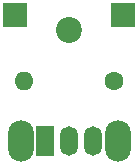
<source format=gbr>
%TF.GenerationSoftware,KiCad,Pcbnew,7.0.6*%
%TF.CreationDate,2023-08-01T21:42:18-07:00*%
%TF.ProjectId,gbsc-vgaswitch-throughhole,67627363-2d76-4676-9173-77697463682d,rev?*%
%TF.SameCoordinates,Original*%
%TF.FileFunction,Soldermask,Top*%
%TF.FilePolarity,Negative*%
%FSLAX46Y46*%
G04 Gerber Fmt 4.6, Leading zero omitted, Abs format (unit mm)*
G04 Created by KiCad (PCBNEW 7.0.6) date 2023-08-01 21:42:18*
%MOMM*%
%LPD*%
G01*
G04 APERTURE LIST*
%ADD10R,2.000000X2.000000*%
%ADD11C,2.200000*%
%ADD12O,2.200000X3.500000*%
%ADD13R,1.500000X2.500000*%
%ADD14O,1.500000X2.500000*%
%ADD15C,1.600000*%
%ADD16O,1.600000X1.600000*%
G04 APERTURE END LIST*
D10*
%TO.C,J2*%
X133096000Y-90932000D03*
%TD*%
D11*
%TO.C,REF\u002A\u002A*%
X137668000Y-92202000D03*
%TD*%
D12*
%TO.C,SW1*%
X133568000Y-101600000D03*
X141768000Y-101600000D03*
D13*
X135668000Y-101600000D03*
D14*
X137668000Y-101600000D03*
X139668000Y-101600000D03*
%TD*%
D10*
%TO.C,J1*%
X142240000Y-90932000D03*
%TD*%
D15*
%TO.C,R1*%
X141478000Y-96520000D03*
D16*
X133858000Y-96520000D03*
%TD*%
M02*

</source>
